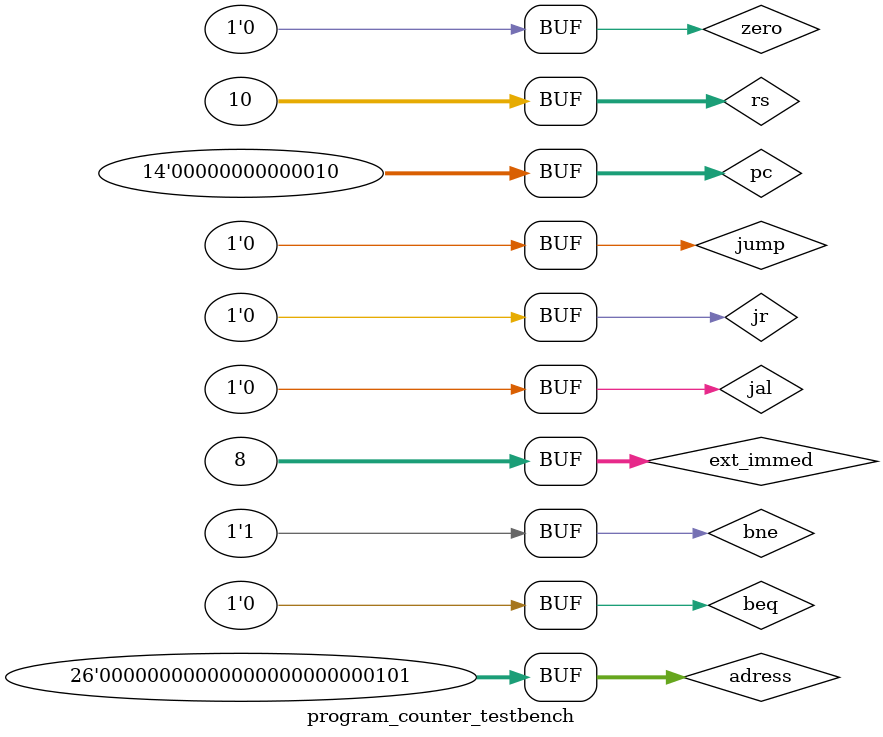
<source format=v>
module program_counter_testbench();
	wire [13:0] new_pc;
	wire [31:0] pc_arti1;
				
	reg jump,jal,jr,beq,bne,zero;
	reg [25:0] adress;
	reg [31:0] rs,ext_immed;
	reg [13:0] pc;
	
	program_counter my_pc(new_pc,pc_arti1,jump,jal,jr,beq,bne,zero,rs,adress,pc,ext_immed);
	initial begin
	//normal
	jump=1'b0;
	jal=1'b0;
	jr=1'b0;
	beq=1'b0;
	bne=1'b0;
	zero=1'b0;
	adress=26'b00000000000000000000000101;//5
	rs=32'b00000000000000000000000000001010;//10
	ext_immed=32'b00000000000000000000000000001000;//8
	pc=14'b00000000000000;//0
	
	#20;
	// jump
	jump=1'b1;
	jal=1'b0;
	jr=1'b0;
	beq=1'b0;
	bne=1'b0;
	zero=1'b0;
	adress=26'b00000000000000000000000101;//5
	rs=32'b00000000000000000000000000001010;//10
	ext_immed=32'b00000000000000000000000000001000;//8
	pc=14'b00000000000000;//0
	
	#20;
	// jal
	jump=1'b0;
	jal=1'b1;
	jr=1'b0;
	beq=1'b0;
	bne=1'b0;
	zero=1'b0;
	adress=26'b00000000000000000000000101;//5
	rs=32'b00000000000000000000000000001010;//10
	ext_immed=32'b00000000000000000000000000001000;//8
	pc=14'b00000000000000;//0
	
	#20;
	// jr
	jump=1'b0;
	jal=1'b0;
	jr=1'b1;
	beq=1'b0;
	bne=1'b0;
	zero=1'b0;
	adress=26'b00000000000000000000000101;//5
	rs=32'b00000000000000000000000000001010;//10
	ext_immed=32'b00000000000000000000000000001000;//8
	pc=14'b00000000000000;//0
	
	#20;
	// branch
	jump=1'b0;
	jal=1'b0;
	jr=1'b0;
	beq=1'b1;
	bne=1'b0;
	zero=1'b1;
	adress=26'b00000000000000000000000101;//5
	rs=32'b00000000000000000000000000001010;//10
	ext_immed=32'b00000000000000000000000000001000;//8
	pc=14'b00000000000011;//3
	
	#20; 
	// branch not equal
	jump=1'b0;
	jal=1'b0;
	jr=1'b0;
	beq=1'b0;
	bne=1'b1;
	zero=1'b0;
	adress=26'b00000000000000000000000101;//5
	rs=32'b00000000000000000000000000001010;//10
	ext_immed=32'b00000000000000000000000000001000;//8
	pc=14'b00000000000010;//2
	
	#20;
	
	end
	initial begin
	$monitor("time=%2d,jump=%1b,jal=%1b,jr=%1b,beq=%1b,bne=%1b,zero=%1b,adress=%2d,rs=%2d,ext_immed=%2d,pc=%2d,pc_arti1=%2d,new_pc=%2d "
	          ,$time,jump,jal,jr,beq,bne,zero,adress,rs,ext_immed,pc,pc_arti1,new_pc);
	end

endmodule
</source>
